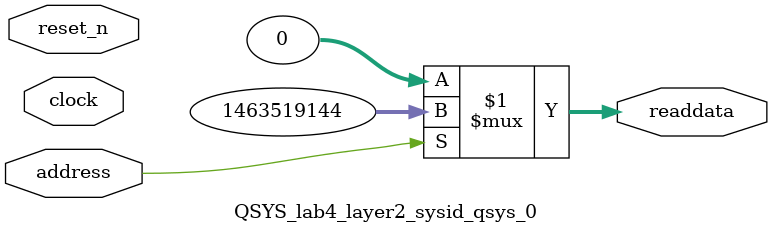
<source format=v>

`timescale 1ns / 1ps
// synthesis translate_on

// turn off superfluous verilog processor warnings 
// altera message_level Level1 
// altera message_off 10034 10035 10036 10037 10230 10240 10030 

module QSYS_lab4_layer2_sysid_qsys_0 (
               // inputs:
                address,
                clock,
                reset_n,

               // outputs:
                readdata
             )
;

  output  [ 31: 0] readdata;
  input            address;
  input            clock;
  input            reset_n;

  wire    [ 31: 0] readdata;
  //control_slave, which is an e_avalon_slave
  assign readdata = address ? 1463519144 : 0;

endmodule




</source>
